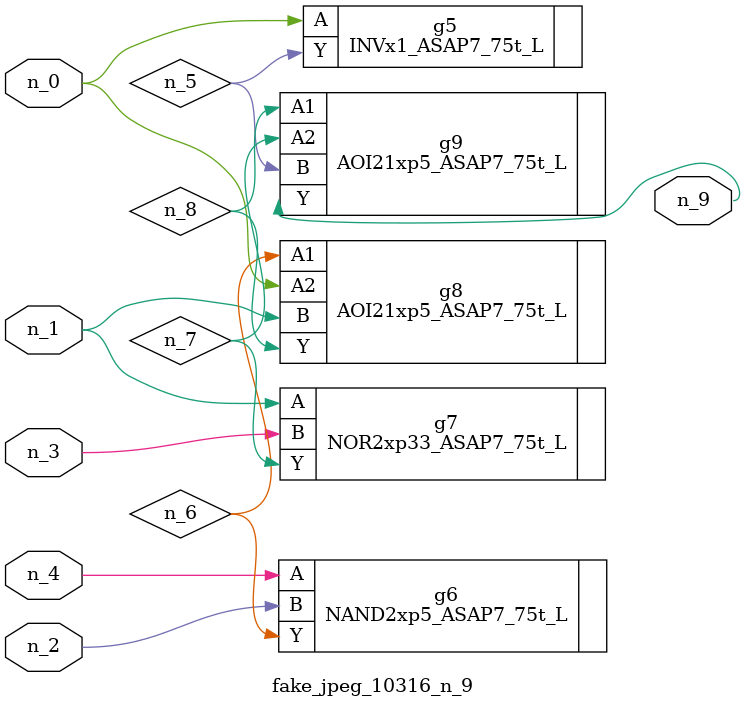
<source format=v>
module fake_jpeg_10316_n_9 (n_3, n_2, n_1, n_0, n_4, n_9);

input n_3;
input n_2;
input n_1;
input n_0;
input n_4;

output n_9;

wire n_8;
wire n_6;
wire n_5;
wire n_7;

INVx1_ASAP7_75t_L g5 ( 
.A(n_0),
.Y(n_5)
);

NAND2xp5_ASAP7_75t_L g6 ( 
.A(n_4),
.B(n_2),
.Y(n_6)
);

NOR2xp33_ASAP7_75t_L g7 ( 
.A(n_1),
.B(n_3),
.Y(n_7)
);

AOI21xp5_ASAP7_75t_L g8 ( 
.A1(n_6),
.A2(n_0),
.B(n_1),
.Y(n_8)
);

AOI21xp5_ASAP7_75t_L g9 ( 
.A1(n_8),
.A2(n_7),
.B(n_5),
.Y(n_9)
);


endmodule
</source>
